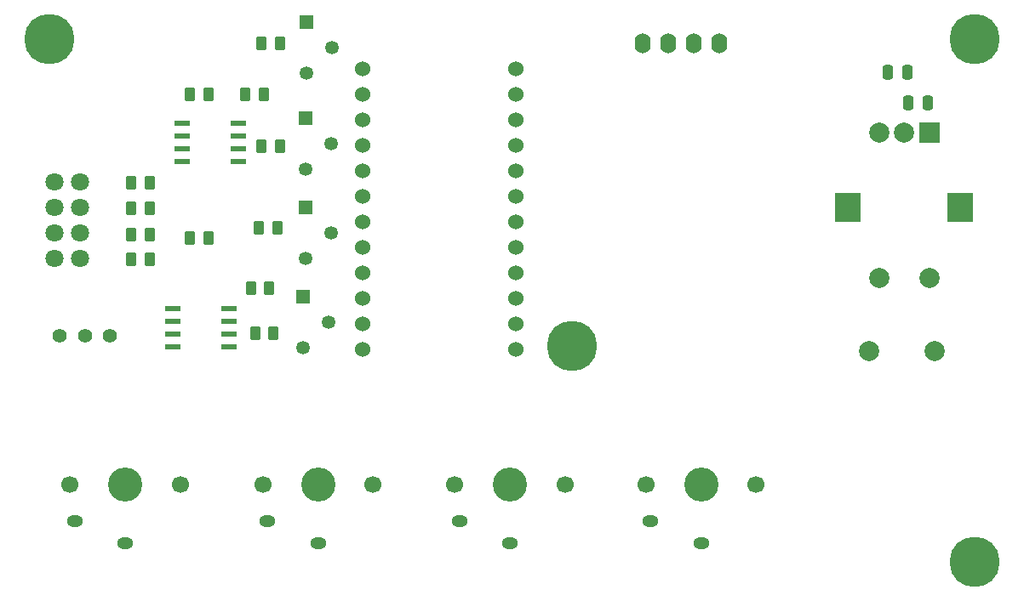
<source format=gbr>
%TF.GenerationSoftware,KiCad,Pcbnew,7.0.9*%
%TF.CreationDate,2024-05-12T00:48:34+09:00*%
%TF.ProjectId,hid taiko opeammm,68696420-7461-4696-9b6f-206f7065616d,rev?*%
%TF.SameCoordinates,Original*%
%TF.FileFunction,Soldermask,Bot*%
%TF.FilePolarity,Negative*%
%FSLAX46Y46*%
G04 Gerber Fmt 4.6, Leading zero omitted, Abs format (unit mm)*
G04 Created by KiCad (PCBNEW 7.0.9) date 2024-05-12 00:48:34*
%MOMM*%
%LPD*%
G01*
G04 APERTURE LIST*
G04 Aperture macros list*
%AMRoundRect*
0 Rectangle with rounded corners*
0 $1 Rounding radius*
0 $2 $3 $4 $5 $6 $7 $8 $9 X,Y pos of 4 corners*
0 Add a 4 corners polygon primitive as box body*
4,1,4,$2,$3,$4,$5,$6,$7,$8,$9,$2,$3,0*
0 Add four circle primitives for the rounded corners*
1,1,$1+$1,$2,$3*
1,1,$1+$1,$4,$5*
1,1,$1+$1,$6,$7*
1,1,$1+$1,$8,$9*
0 Add four rect primitives between the rounded corners*
20,1,$1+$1,$2,$3,$4,$5,0*
20,1,$1+$1,$4,$5,$6,$7,0*
20,1,$1+$1,$6,$7,$8,$9,0*
20,1,$1+$1,$8,$9,$2,$3,0*%
G04 Aperture macros list end*
%ADD10C,5.000000*%
%ADD11C,2.000000*%
%ADD12R,2.500000X3.000000*%
%ADD13R,2.000000X2.000000*%
%ADD14R,1.346200X1.346200*%
%ADD15C,1.346200*%
%ADD16C,1.800000*%
%ADD17C,1.700000*%
%ADD18C,3.400000*%
%ADD19O,1.600000X1.200000*%
%ADD20O,1.600000X2.000000*%
%ADD21C,1.400000*%
%ADD22RoundRect,0.250000X-0.250000X-0.475000X0.250000X-0.475000X0.250000X0.475000X-0.250000X0.475000X0*%
%ADD23R,1.511300X0.558800*%
%ADD24RoundRect,0.250000X-0.262500X-0.450000X0.262500X-0.450000X0.262500X0.450000X-0.262500X0.450000X0*%
%ADD25C,1.524000*%
%ADD26RoundRect,0.250000X0.262500X0.450000X-0.262500X0.450000X-0.262500X-0.450000X0.262500X-0.450000X0*%
G04 APERTURE END LIST*
D10*
%TO.C,*%
X225187500Y-98600000D03*
%TD*%
%TO.C,*%
X173187500Y-68100000D03*
%TD*%
%TO.C,*%
X265187500Y-68100000D03*
%TD*%
%TO.C,J2*%
X265187500Y-120100000D03*
%TD*%
D11*
%TO.C,SW1*%
X255687500Y-91850000D03*
X260687500Y-91850000D03*
D12*
X252587500Y-84850000D03*
X263787500Y-84850000D03*
D11*
X258187500Y-77350000D03*
X255687500Y-77350000D03*
D13*
X260687500Y-77350000D03*
%TD*%
D14*
%TO.C,10k2*%
X198760000Y-66360000D03*
D15*
X201300000Y-68900000D03*
X198760000Y-71440000D03*
%TD*%
D14*
%TO.C,10k1*%
X198647500Y-75948700D03*
D15*
X201187500Y-78488700D03*
X198647500Y-81028700D03*
%TD*%
D11*
%TO.C,SW7*%
X261237500Y-99100000D03*
X254737500Y-99100000D03*
%TD*%
D16*
%TO.C,J4*%
X176222500Y-87325000D03*
X173682500Y-87325000D03*
%TD*%
D17*
%TO.C,SW4*%
X232487500Y-112400000D03*
D18*
X237987500Y-112400000D03*
D17*
X243487500Y-112400000D03*
D19*
X232987500Y-116100000D03*
X237987500Y-118300000D03*
%TD*%
D17*
%TO.C,SW5*%
X194387500Y-112400000D03*
D18*
X199887500Y-112400000D03*
D17*
X205387500Y-112400000D03*
D19*
X194887500Y-116100000D03*
X199887500Y-118300000D03*
%TD*%
D16*
%TO.C,J2*%
X173682500Y-84785000D03*
X176222500Y-84785000D03*
%TD*%
D20*
%TO.C,Brd1*%
X232167500Y-68500000D03*
X234707500Y-68500000D03*
X237247500Y-68500000D03*
X239787500Y-68500000D03*
%TD*%
D17*
%TO.C,SW3*%
X175187500Y-112400000D03*
D18*
X180687500Y-112400000D03*
D17*
X186187500Y-112400000D03*
D19*
X175687500Y-116100000D03*
X180687500Y-118300000D03*
%TD*%
D21*
%TO.C,SW2*%
X179187500Y-97600000D03*
X176687500Y-97600000D03*
X174187500Y-97600000D03*
%TD*%
D22*
%TO.C,C1*%
X260537500Y-74400000D03*
X258637500Y-74400000D03*
%TD*%
D16*
%TO.C,J3*%
X176222500Y-89865000D03*
X173682500Y-89865000D03*
%TD*%
D17*
%TO.C,SW6*%
X213487500Y-112400000D03*
D18*
X218987500Y-112400000D03*
D17*
X224487500Y-112400000D03*
D19*
X213987500Y-116100000D03*
X218987500Y-118300000D03*
%TD*%
D16*
%TO.C,J1*%
X173682500Y-82245000D03*
X176222500Y-82245000D03*
%TD*%
D14*
%TO.C,10k3*%
X198420100Y-93710000D03*
D15*
X200960100Y-96250000D03*
X198420100Y-98790000D03*
%TD*%
D14*
%TO.C,10k4*%
X198637500Y-84850000D03*
D15*
X201177500Y-87390000D03*
X198637500Y-89930000D03*
%TD*%
D22*
%TO.C,C2*%
X258487500Y-71350000D03*
X256587500Y-71350000D03*
%TD*%
D23*
%TO.C,U4*%
X191037500Y-98750000D03*
X191037500Y-97480000D03*
X191037500Y-96210000D03*
X191037500Y-94940000D03*
X185436800Y-94940000D03*
X185436800Y-96210000D03*
X185436800Y-97480000D03*
X185436800Y-98750000D03*
%TD*%
D24*
%TO.C,R7*%
X187164900Y-73588700D03*
X188989900Y-73588700D03*
%TD*%
%TO.C,R10*%
X194025000Y-86850000D03*
X195850000Y-86850000D03*
%TD*%
%TO.C,R11*%
X194264900Y-68500000D03*
X196089900Y-68500000D03*
%TD*%
%TO.C,R1*%
X194252400Y-78688700D03*
X196077400Y-78688700D03*
%TD*%
%TO.C,R2*%
X193625000Y-97350000D03*
X195450000Y-97350000D03*
%TD*%
D25*
%TO.C,U1*%
X219607500Y-71056000D03*
X219607500Y-73596000D03*
X219607500Y-76136000D03*
X219607500Y-78676000D03*
X219607500Y-81216000D03*
X219607500Y-83756000D03*
X219607500Y-86296000D03*
X219607500Y-88836000D03*
X219607500Y-91376000D03*
X219607500Y-93916000D03*
X219607500Y-96456000D03*
X219607500Y-98996000D03*
X204367500Y-98996000D03*
X204367500Y-96456000D03*
X204367500Y-93916000D03*
X204367500Y-91376000D03*
X204367500Y-88836000D03*
X204367500Y-86296000D03*
X204367500Y-83756000D03*
X204367500Y-81216000D03*
X204367500Y-78676000D03*
X204367500Y-76136000D03*
X204367500Y-73596000D03*
X204367500Y-71056000D03*
%TD*%
D24*
%TO.C,R12*%
X187153750Y-87880000D03*
X188978750Y-87880000D03*
%TD*%
%TO.C,R9*%
X181317500Y-87525000D03*
X183142500Y-87525000D03*
%TD*%
%TO.C,R5*%
X193225000Y-92850000D03*
X195050000Y-92850000D03*
%TD*%
D26*
%TO.C,R6*%
X183127500Y-84885000D03*
X181302500Y-84885000D03*
%TD*%
D24*
%TO.C,R4*%
X192664900Y-73588700D03*
X194489900Y-73588700D03*
%TD*%
D23*
%TO.C,U3*%
X186364200Y-80228700D03*
X186364200Y-78958700D03*
X186364200Y-77688700D03*
X186364200Y-76418700D03*
X191964900Y-76418700D03*
X191964900Y-77688700D03*
X191964900Y-78958700D03*
X191964900Y-80228700D03*
%TD*%
D24*
%TO.C,R8*%
X181317500Y-90025000D03*
X183142500Y-90025000D03*
%TD*%
D26*
%TO.C,R3*%
X183127500Y-82345000D03*
X181302500Y-82345000D03*
%TD*%
M02*

</source>
